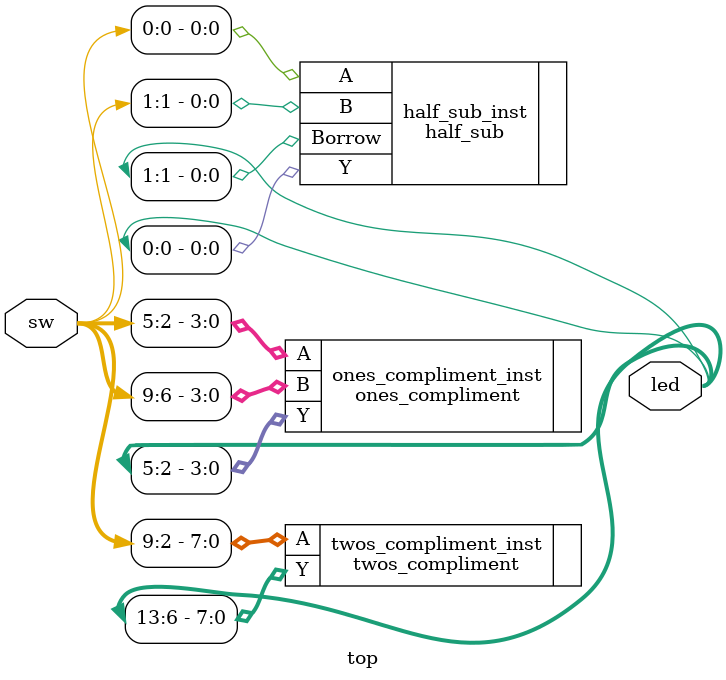
<source format=v>
module top(
    input [9:0]sw,
    output [13:0]led
);

    half_sub half_sub_inst(
    .A(sw[0]),
    .B(sw[1]),
    .Y(led[0]),
    .Borrow(led[1])
    );
    
    ones_compliment ones_compliment_inst(
    .A(sw[5:2]),
    .B(sw[9:6]),
    .Y(led[5:2])
    );
    
    twos_compliment twos_compliment_inst(
    .A(sw[9:2]),
    .Y(led[13:6])
    );
    
endmodule
</source>
